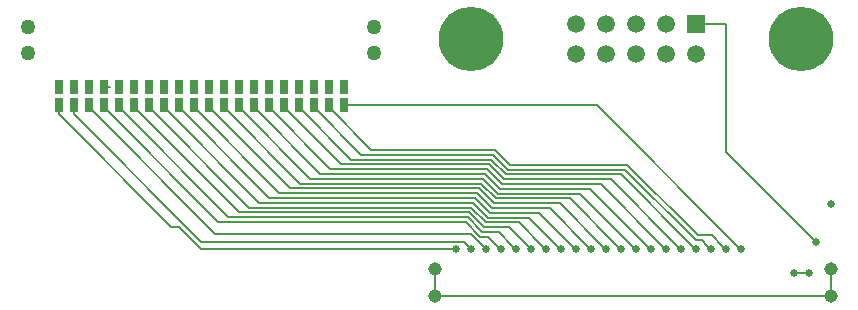
<source format=gbl>
G04 #@! TF.FileFunction,Copper,L2,Bot,Signal*
%FSLAX46Y46*%
G04 Gerber Fmt 4.6, Leading zero omitted, Abs format (unit mm)*
G04 Created by KiCad (PCBNEW 4.0.6) date Tuesday, May 23, 2017 'AMt' 09:33:36 AM*
%MOMM*%
%LPD*%
G01*
G04 APERTURE LIST*
%ADD10C,0.150000*%
%ADD11C,5.460000*%
%ADD12R,1.520000X1.520000*%
%ADD13C,1.520000*%
%ADD14C,1.143000*%
%ADD15R,0.736600X1.143000*%
%ADD16C,1.270000*%
%ADD17C,0.635000*%
%ADD18C,0.203200*%
G04 APERTURE END LIST*
D10*
D11*
X95250000Y-40640000D03*
X67310000Y-40640000D03*
D12*
X86360000Y-39370000D03*
D13*
X86360000Y-41910000D03*
X83820000Y-39370000D03*
X83820000Y-41910000D03*
X81280000Y-39370000D03*
X81280000Y-41910000D03*
X78740000Y-39370000D03*
X78740000Y-41910000D03*
X76200000Y-39370000D03*
X76200000Y-41910000D03*
D14*
X97764000Y-62357000D03*
X64236000Y-62357000D03*
X97764000Y-60096400D03*
X64236000Y-60096400D03*
D15*
X32385000Y-44678600D03*
X32385000Y-46202600D03*
X33655000Y-44678600D03*
X33655000Y-46202600D03*
X34925000Y-44678600D03*
X34925000Y-46202600D03*
X36195000Y-44678600D03*
X36195000Y-46202600D03*
X37465000Y-44678600D03*
X37465000Y-46202600D03*
X38735000Y-44678600D03*
X38735000Y-46202600D03*
X40005000Y-44678600D03*
X40005000Y-46202600D03*
X41275000Y-44678600D03*
X41275000Y-46202600D03*
X42545000Y-44678600D03*
X42545000Y-46202600D03*
X43815000Y-44678600D03*
X43815000Y-46202600D03*
X45085000Y-44678600D03*
X45085000Y-46202600D03*
X46355000Y-44678600D03*
X46355000Y-46202600D03*
X47625000Y-44678600D03*
X47625000Y-46202600D03*
X48895000Y-44678600D03*
X48895000Y-46202600D03*
X50165000Y-44678600D03*
X50165000Y-46202600D03*
X51435000Y-44678600D03*
X51435000Y-46202600D03*
X52705000Y-44678600D03*
X52705000Y-46202600D03*
X53975000Y-44678600D03*
X53975000Y-46202600D03*
X55245000Y-44678600D03*
X55245000Y-46202600D03*
X56515000Y-44678600D03*
X56515000Y-46202600D03*
D16*
X29794200Y-39573200D03*
X59105800Y-39573200D03*
X29794200Y-41833800D03*
X59105800Y-41833800D03*
D17*
X86360000Y-39370000D03*
X96520000Y-57785000D03*
X97790000Y-54610000D03*
X32385000Y-44450000D03*
X66040000Y-58407310D03*
X38735000Y-44678600D03*
X72414810Y-58420000D03*
X40005000Y-44678600D03*
X73660000Y-58420000D03*
X41275000Y-44678600D03*
X74930000Y-58420000D03*
X42545000Y-44678600D03*
X76200000Y-58420000D03*
X43815000Y-44678600D03*
X77470000Y-58420000D03*
X33655000Y-44678600D03*
X45085000Y-44678600D03*
X78740000Y-58420000D03*
X46355000Y-44678600D03*
X80010000Y-58420000D03*
X47625000Y-44678600D03*
X81280000Y-58420000D03*
X48895000Y-44678600D03*
X82550000Y-58420000D03*
X50165000Y-44678600D03*
X83820000Y-58420000D03*
X67310000Y-58420000D03*
X51435000Y-44678600D03*
X85090000Y-58420000D03*
X52705000Y-44678600D03*
X86360000Y-58420000D03*
X53975000Y-44678600D03*
X87630000Y-58420000D03*
X55245000Y-44678600D03*
X88900000Y-58420000D03*
X56515000Y-44678600D03*
X90170000Y-58420000D03*
X34925000Y-44678600D03*
X68580000Y-58420000D03*
X36195000Y-44678600D03*
X69850000Y-58420000D03*
X37465000Y-44678600D03*
X71120000Y-58420000D03*
X94652499Y-60418401D03*
X95922499Y-60418401D03*
X97764000Y-60096400D03*
D18*
X88900000Y-39370000D02*
X86360000Y-39370000D01*
X88900000Y-50165000D02*
X88900000Y-39370000D01*
X96520000Y-57785000D02*
X88900000Y-50165000D01*
X32385000Y-44678600D02*
X32385000Y-44450000D01*
X32385000Y-46202600D02*
X32385000Y-46977300D01*
X32385000Y-46977300D02*
X41922700Y-56515000D01*
X41922700Y-56515000D02*
X42545000Y-56515000D01*
X42545000Y-56515000D02*
X44437310Y-58407310D01*
X44437310Y-58407310D02*
X64628164Y-58407310D01*
X64628164Y-58407310D02*
X66040000Y-58407310D01*
X68424773Y-56540521D02*
X70535331Y-56540521D01*
X70535331Y-56540521D02*
X72097311Y-58102501D01*
X72097311Y-58102501D02*
X72414810Y-58420000D01*
X38735000Y-46202600D02*
X38735000Y-46405800D01*
X38735000Y-46405800D02*
X47624967Y-55295767D01*
X47624967Y-55295767D02*
X67180020Y-55295767D01*
X67180020Y-55295767D02*
X68424773Y-56540521D01*
X40005000Y-46202600D02*
X40005000Y-46405800D01*
X40005000Y-46405800D02*
X48488556Y-54889356D01*
X48488556Y-54889356D02*
X67348360Y-54889356D01*
X67348360Y-54889356D02*
X68593113Y-56134110D01*
X68593113Y-56134110D02*
X71374110Y-56134110D01*
X71374110Y-56134110D02*
X73342501Y-58102501D01*
X73342501Y-58102501D02*
X73660000Y-58420000D01*
X73660000Y-58420000D02*
X73682419Y-58420000D01*
X73682419Y-58420000D02*
X73684800Y-58417619D01*
X67516700Y-54482945D02*
X68761453Y-55727699D01*
X68761453Y-55727699D02*
X72237699Y-55727699D01*
X72237699Y-55727699D02*
X74612501Y-58102501D01*
X74612501Y-58102501D02*
X74930000Y-58420000D01*
X49352145Y-54482945D02*
X67516700Y-54482945D01*
X41275000Y-46202600D02*
X41275000Y-46405800D01*
X41275000Y-46405800D02*
X49352145Y-54482945D01*
X42545000Y-46405800D02*
X50215734Y-54076534D01*
X50215734Y-54076534D02*
X67685040Y-54076534D01*
X67685040Y-54076534D02*
X68929793Y-55321288D01*
X68929793Y-55321288D02*
X73101288Y-55321288D01*
X73101288Y-55321288D02*
X75882501Y-58102501D01*
X75882501Y-58102501D02*
X76200000Y-58420000D01*
X42545000Y-46202600D02*
X42545000Y-46405800D01*
X77152501Y-58102501D02*
X77470000Y-58420000D01*
X69098133Y-54914877D02*
X73964877Y-54914877D01*
X73964877Y-54914877D02*
X77152501Y-58102501D01*
X43815000Y-46202600D02*
X43815000Y-46405800D01*
X43815000Y-46405800D02*
X51079323Y-53670123D01*
X51079323Y-53670123D02*
X67853380Y-53670123D01*
X67853380Y-53670123D02*
X69098133Y-54914877D01*
X33655000Y-44678600D02*
X33655000Y-44475400D01*
X78422501Y-58102501D02*
X78740000Y-58420000D01*
X74828466Y-54508466D02*
X78422501Y-58102501D01*
X69266473Y-54508466D02*
X74828466Y-54508466D01*
X68021720Y-53263712D02*
X69266473Y-54508466D01*
X51942912Y-53263712D02*
X68021720Y-53263712D01*
X45085000Y-46405800D02*
X51942912Y-53263712D01*
X45085000Y-46202600D02*
X45085000Y-46405800D01*
X79692501Y-58102501D02*
X80010000Y-58420000D01*
X75692055Y-54102055D02*
X79692501Y-58102501D01*
X69434813Y-54102055D02*
X75692055Y-54102055D01*
X68190060Y-52857301D02*
X69434813Y-54102055D01*
X52806501Y-52857301D02*
X68190060Y-52857301D01*
X46355000Y-46405800D02*
X52806501Y-52857301D01*
X46355000Y-46202600D02*
X46355000Y-46405800D01*
X53670090Y-52450890D02*
X68358400Y-52450890D01*
X47625000Y-46405800D02*
X53670090Y-52450890D01*
X47625000Y-46202600D02*
X47625000Y-46405800D01*
X68358400Y-52450890D02*
X69603153Y-53695644D01*
X69603153Y-53695644D02*
X76555644Y-53695644D01*
X76555644Y-53695644D02*
X80962501Y-58102501D01*
X80962501Y-58102501D02*
X81280000Y-58420000D01*
X82232501Y-58102501D02*
X82550000Y-58420000D01*
X77419233Y-53289233D02*
X82232501Y-58102501D01*
X69771493Y-53289233D02*
X77419233Y-53289233D01*
X68526740Y-52044479D02*
X69771493Y-53289233D01*
X54533679Y-52044479D02*
X68526740Y-52044479D01*
X48895000Y-46405800D02*
X54533679Y-52044479D01*
X48895000Y-46202600D02*
X48895000Y-46405800D01*
X50165000Y-46405800D02*
X55397268Y-51638068D01*
X50165000Y-46202600D02*
X50165000Y-46405800D01*
X83502501Y-58102501D02*
X83820000Y-58420000D01*
X78282822Y-52882822D02*
X83502501Y-58102501D01*
X69939833Y-52882822D02*
X78282822Y-52882822D01*
X68695080Y-51638068D02*
X69939833Y-52882822D01*
X55397268Y-51638068D02*
X68695080Y-51638068D01*
X33655000Y-46202600D02*
X33655000Y-46990000D01*
X33655000Y-46990000D02*
X44450009Y-57785009D01*
X44450009Y-57785009D02*
X66675009Y-57785009D01*
X66675009Y-57785009D02*
X67310000Y-58420000D01*
X33655000Y-46355000D02*
X33655000Y-46202600D01*
X56260857Y-51231657D02*
X68863420Y-51231657D01*
X68863420Y-51231657D02*
X70108173Y-52476411D01*
X70108173Y-52476411D02*
X79146411Y-52476411D01*
X79146411Y-52476411D02*
X84772501Y-58102501D01*
X84772501Y-58102501D02*
X85090000Y-58420000D01*
X51435000Y-46405800D02*
X56260857Y-51231657D01*
X51435000Y-46202600D02*
X51435000Y-46405800D01*
X86042501Y-58102501D02*
X86360000Y-58420000D01*
X57124446Y-50825246D02*
X69031760Y-50825246D01*
X69031760Y-50825246D02*
X70276513Y-52070000D01*
X70276513Y-52070000D02*
X80010000Y-52070000D01*
X80010000Y-52070000D02*
X86042501Y-58102501D01*
X52705000Y-46202600D02*
X52705000Y-46405800D01*
X52705000Y-46405800D02*
X57124446Y-50825246D01*
X53975000Y-46202600D02*
X53975000Y-46405800D01*
X53975000Y-46405800D02*
X57988035Y-50418835D01*
X57988035Y-50418835D02*
X69200100Y-50418835D01*
X87312501Y-58102501D02*
X87630000Y-58420000D01*
X86855323Y-57645323D02*
X87312501Y-58102501D01*
X86340821Y-57645323D02*
X86855323Y-57645323D01*
X80359087Y-51663589D02*
X86340821Y-57645323D01*
X70444853Y-51663589D02*
X80359087Y-51663589D01*
X69200100Y-50418835D02*
X70444853Y-51663589D01*
X88582501Y-58102501D02*
X88900000Y-58420000D01*
X87718912Y-57238912D02*
X88582501Y-58102501D01*
X86509161Y-57238912D02*
X87718912Y-57238912D01*
X80527427Y-51257178D02*
X86509161Y-57238912D01*
X70613193Y-51257178D02*
X80527427Y-51257178D01*
X58851624Y-50012424D02*
X69368440Y-50012424D01*
X55245000Y-46405800D02*
X58851624Y-50012424D01*
X69368440Y-50012424D02*
X70613193Y-51257178D01*
X55245000Y-46202600D02*
X55245000Y-46405800D01*
X89852501Y-58102501D02*
X90170000Y-58420000D01*
X77952600Y-46202600D02*
X89852501Y-58102501D01*
X56515000Y-46202600D02*
X77952600Y-46202600D01*
X34925000Y-46405800D02*
X34925000Y-46202600D01*
X45669200Y-57150000D02*
X34925000Y-46405800D01*
X67310000Y-57150000D02*
X45669200Y-57150000D01*
X68580000Y-58420000D02*
X67310000Y-57150000D01*
X36195000Y-44678600D02*
X36766500Y-44678600D01*
X68088093Y-57353343D02*
X68783343Y-57353343D01*
X68783343Y-57353343D02*
X69532501Y-58102501D01*
X69532501Y-58102501D02*
X69850000Y-58420000D01*
X36195000Y-46202600D02*
X36195000Y-46405800D01*
X36195000Y-46405800D02*
X45897789Y-56108589D01*
X45897789Y-56108589D02*
X66843340Y-56108589D01*
X66843340Y-56108589D02*
X68088093Y-57353343D01*
X70802501Y-58102501D02*
X71120000Y-58420000D01*
X68256433Y-56946932D02*
X69646932Y-56946932D01*
X69646932Y-56946932D02*
X70802501Y-58102501D01*
X67011680Y-55702178D02*
X68256433Y-56946932D01*
X37465000Y-46202600D02*
X37465000Y-46405800D01*
X37465000Y-46405800D02*
X46761378Y-55702178D01*
X46761378Y-55702178D02*
X67011680Y-55702178D01*
X95922499Y-60418401D02*
X94652499Y-60418401D01*
X64236000Y-62357000D02*
X97764000Y-62357000D01*
X64236000Y-62357000D02*
X64236000Y-60096400D01*
X97764000Y-62357000D02*
X97764000Y-60096400D01*
M02*

</source>
